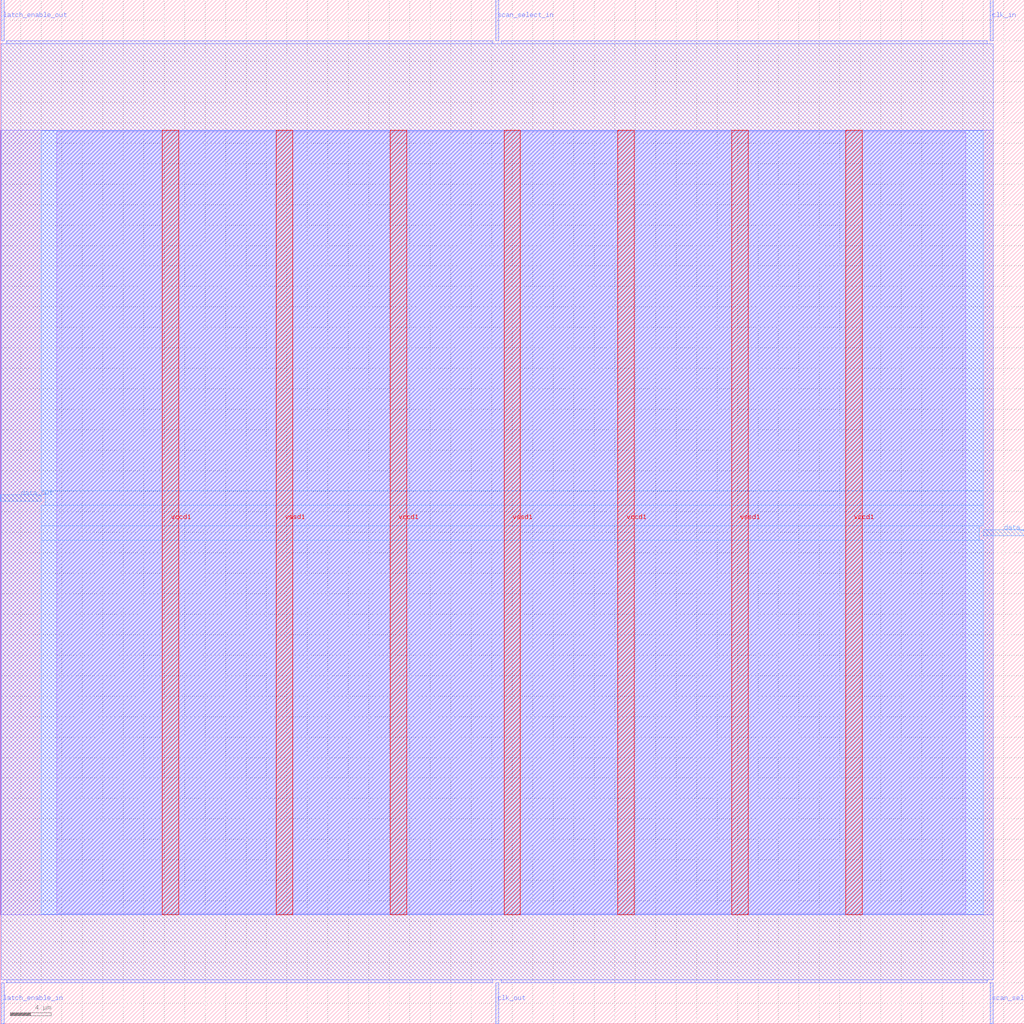
<source format=lef>
VERSION 5.7 ;
  NOWIREEXTENSIONATPIN ON ;
  DIVIDERCHAR "/" ;
  BUSBITCHARS "[]" ;
MACRO scan_wrapper_340067262721426004
  CLASS BLOCK ;
  FOREIGN scan_wrapper_340067262721426004 ;
  ORIGIN 0.000 0.000 ;
  SIZE 100.000 BY 100.000 ;
  PIN clk_in
    DIRECTION INPUT ;
    USE SIGNAL ;
    PORT
      LAYER met2 ;
        RECT 96.690 96.000 96.970 100.000 ;
    END
  END clk_in
  PIN clk_out
    DIRECTION OUTPUT TRISTATE ;
    USE SIGNAL ;
    PORT
      LAYER met2 ;
        RECT 48.390 0.000 48.670 4.000 ;
    END
  END clk_out
  PIN data_in
    DIRECTION INPUT ;
    USE SIGNAL ;
    PORT
      LAYER met3 ;
        RECT 96.000 47.640 100.000 48.240 ;
    END
  END data_in
  PIN data_out
    DIRECTION OUTPUT TRISTATE ;
    USE SIGNAL ;
    PORT
      LAYER met3 ;
        RECT 0.000 51.040 4.000 51.640 ;
    END
  END data_out
  PIN latch_enable_in
    DIRECTION INPUT ;
    USE SIGNAL ;
    PORT
      LAYER met2 ;
        RECT 0.090 0.000 0.370 4.000 ;
    END
  END latch_enable_in
  PIN latch_enable_out
    DIRECTION OUTPUT TRISTATE ;
    USE SIGNAL ;
    PORT
      LAYER met2 ;
        RECT 0.090 96.000 0.370 100.000 ;
    END
  END latch_enable_out
  PIN scan_select_in
    DIRECTION INPUT ;
    USE SIGNAL ;
    PORT
      LAYER met2 ;
        RECT 48.390 96.000 48.670 100.000 ;
    END
  END scan_select_in
  PIN scan_select_out
    DIRECTION OUTPUT TRISTATE ;
    USE SIGNAL ;
    PORT
      LAYER met2 ;
        RECT 96.690 0.000 96.970 4.000 ;
    END
  END scan_select_out
  PIN vccd1
    DIRECTION INOUT ;
    USE POWER ;
    PORT
      LAYER met4 ;
        RECT 15.840 10.640 17.440 87.280 ;
    END
    PORT
      LAYER met4 ;
        RECT 38.080 10.640 39.680 87.280 ;
    END
    PORT
      LAYER met4 ;
        RECT 60.320 10.640 61.920 87.280 ;
    END
    PORT
      LAYER met4 ;
        RECT 82.560 10.640 84.160 87.280 ;
    END
  END vccd1
  PIN vssd1
    DIRECTION INOUT ;
    USE GROUND ;
    PORT
      LAYER met4 ;
        RECT 26.960 10.640 28.560 87.280 ;
    END
    PORT
      LAYER met4 ;
        RECT 49.200 10.640 50.800 87.280 ;
    END
    PORT
      LAYER met4 ;
        RECT 71.440 10.640 73.040 87.280 ;
    END
  END vssd1
  OBS
      LAYER li1 ;
        RECT 5.520 10.795 94.300 87.125 ;
      LAYER met1 ;
        RECT 0.070 10.640 96.990 87.280 ;
      LAYER met2 ;
        RECT 0.650 95.720 48.110 96.000 ;
        RECT 48.950 95.720 96.410 96.000 ;
        RECT 0.100 4.280 96.960 95.720 ;
        RECT 0.650 4.000 48.110 4.280 ;
        RECT 48.950 4.000 96.410 4.280 ;
      LAYER met3 ;
        RECT 4.000 52.040 96.000 87.205 ;
        RECT 4.400 50.640 96.000 52.040 ;
        RECT 4.000 48.640 96.000 50.640 ;
        RECT 4.000 47.240 95.600 48.640 ;
        RECT 4.000 10.715 96.000 47.240 ;
  END
END scan_wrapper_340067262721426004
END LIBRARY


</source>
